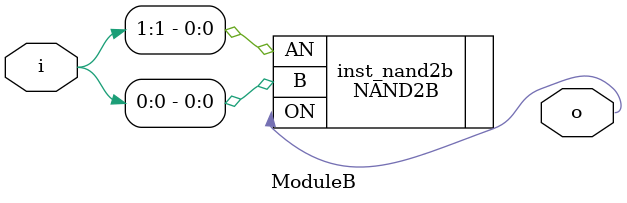
<source format=v>
module top (in, out, mixed__0, override, override__0, override__1, singleton_in, override_singleton__123, mixed__1, override_singleton);
  input [2:0] in;
  output [1:0] out;
  input mixed__0, override, override__0, override__1;
  input [0:0] singleton_in;
  output override_singleton__123, mixed__1, override_singleton;
  wire [1:0] w;

  // Bus connects of instA are expanded as follows:
  // INPUTS: in[2] -> instA.i[1], in[1] -> instA.i[0], in[0] -> instA.i[2]
  // OUTPUTS: instA.o[1] -> w[0], instA.o[0] -> w[1]
  ModuleA instA (.i({in[0], in[2:1]}), .o(w[0:1]));

  // Bus connects of instB are expanded as follows:
  // INPUTS: w[1] -> instB.i[0], w[0] -> instB.i[1]
  // OUTPUTS: instB.o -> out[1]
  ModuleB instB (.i(w), .o(out[1]));

  INV inst_inv (.I(w[1]), .ON(out[0]));

  BUF g2 (.O(override_singleton__123), .I(singleton_in[0]));
  BUF g1 (.O(mixed__1), .I(mixed__0));
  AND3 g0 (.O(override_singleton), .A(override__0), .B(override__1), .C(override));                                                                                                                    
  // signal values at the initial state:
  // !in[2] !in[1] !in[0] w[1] !w[0] !out[1] !out[0]  !mixed__0 !mixed__1 !override !override__0 !override__1 !override_singleton !override_singleton__123 !singleton_in[0]
endmodule


module ModuleA (i, o);
  input [2:0] i;
  output [1:0] o;

  AND2 inst_and2 (.A(i[2]), .B(i[1]), .O(o[1]));
  NOR2 inst_nor2 (.A(i[1]), .B(i[0]), .ON(o[0]));

  // signal values at the initial state:
  // !i[2] !i[1] !i[0] !o[1] o[0]
endmodule


module ModuleB (i, o);
  input [0:1] i;
  output o;

  NAND2B inst_nand2b (.AN(i[1]), .B(i[0]), .ON(o));

  // signal values at the initial state:
  // !i[1] i[0] !o
endmodule


</source>
